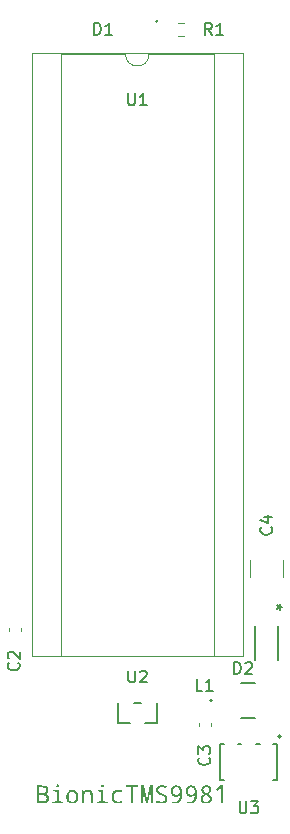
<source format=gbr>
G04 #@! TF.GenerationSoftware,KiCad,Pcbnew,8.0.4+dfsg-1*
G04 #@! TF.CreationDate,2025-02-10T13:10:00+09:00*
G04 #@! TF.ProjectId,bionic-tms9981,62696f6e-6963-42d7-946d-73393938312e,3*
G04 #@! TF.SameCoordinates,Original*
G04 #@! TF.FileFunction,Legend,Top*
G04 #@! TF.FilePolarity,Positive*
%FSLAX46Y46*%
G04 Gerber Fmt 4.6, Leading zero omitted, Abs format (unit mm)*
G04 Created by KiCad (PCBNEW 8.0.4+dfsg-1) date 2025-02-10 13:10:00*
%MOMM*%
%LPD*%
G01*
G04 APERTURE LIST*
%ADD10C,0.150000*%
%ADD11C,0.120000*%
%ADD12C,0.152400*%
G04 APERTURE END LIST*
D10*
G36*
X105728045Y-135672063D02*
G01*
X105804851Y-135678637D01*
X105887029Y-135692311D01*
X105958312Y-135712297D01*
X106027702Y-135743590D01*
X106052901Y-135759631D01*
X106108680Y-135811219D01*
X106148522Y-135876592D01*
X106172427Y-135955750D01*
X106180271Y-136036321D01*
X106180396Y-136048692D01*
X106172489Y-136126373D01*
X106145526Y-136201904D01*
X106099429Y-136267045D01*
X106043244Y-136314622D01*
X105975896Y-136348819D01*
X105897385Y-136369634D01*
X105880343Y-136372192D01*
X105880343Y-136382450D01*
X105960543Y-136400127D01*
X106030049Y-136425315D01*
X106101894Y-136467361D01*
X106157031Y-136521142D01*
X106195460Y-136586658D01*
X106217181Y-136663909D01*
X106222527Y-136734160D01*
X106217904Y-136807481D01*
X106200821Y-136885274D01*
X106171151Y-136954722D01*
X106128893Y-137015826D01*
X106091003Y-137054362D01*
X106029045Y-137099615D01*
X105957937Y-137133753D01*
X105877677Y-137156776D01*
X105801599Y-137167664D01*
X105733065Y-137170500D01*
X105190113Y-137170500D01*
X105190113Y-137006735D01*
X105382821Y-137006735D01*
X105698993Y-137006735D01*
X105774126Y-137002355D01*
X105853955Y-136984565D01*
X105929089Y-136945152D01*
X105981682Y-136886033D01*
X106011735Y-136807207D01*
X106019562Y-136726466D01*
X106011413Y-136651635D01*
X105980123Y-136578580D01*
X105925366Y-136523788D01*
X105847142Y-136487261D01*
X105764028Y-136470772D01*
X105685804Y-136466714D01*
X105382821Y-136466714D01*
X105382821Y-137006735D01*
X105190113Y-137006735D01*
X105190113Y-136302949D01*
X105382821Y-136302949D01*
X105675179Y-136302949D01*
X105750147Y-136299446D01*
X105828528Y-136285213D01*
X105900107Y-136253683D01*
X105909652Y-136246895D01*
X105957331Y-136189259D01*
X105979768Y-136114589D01*
X105983292Y-136061515D01*
X105973984Y-135985822D01*
X105938984Y-135917465D01*
X105904523Y-135886759D01*
X105832464Y-135854387D01*
X105752579Y-135838824D01*
X105675689Y-135833844D01*
X105654663Y-135833636D01*
X105382821Y-135833636D01*
X105382821Y-136302949D01*
X105190113Y-136302949D01*
X105190113Y-135669871D01*
X105643672Y-135669871D01*
X105728045Y-135672063D01*
G37*
G36*
X106963316Y-135576082D02*
G01*
X107037948Y-135598452D01*
X107070787Y-135665561D01*
X107072493Y-135692952D01*
X107054151Y-135765080D01*
X107039886Y-135781613D01*
X106971522Y-135810301D01*
X106963316Y-135810555D01*
X106891917Y-135791146D01*
X106855733Y-135726832D01*
X106853040Y-135692952D01*
X106871240Y-135617284D01*
X106937470Y-135577908D01*
X106963316Y-135576082D01*
G37*
G36*
X106868794Y-136192307D02*
G01*
X106591456Y-136170691D01*
X106591456Y-136045028D01*
X107056006Y-136045028D01*
X107056006Y-137023221D01*
X107418707Y-137043737D01*
X107418707Y-137170500D01*
X106514153Y-137170500D01*
X106514153Y-137043737D01*
X106868794Y-137023221D01*
X106868794Y-136192307D01*
G37*
G36*
X108287749Y-136027197D02*
G01*
X108363389Y-136044044D01*
X108433310Y-136072122D01*
X108497512Y-136111432D01*
X108555996Y-136161973D01*
X108574220Y-136181316D01*
X108622902Y-136244900D01*
X108661512Y-136315852D01*
X108690049Y-136394171D01*
X108708515Y-136479857D01*
X108716209Y-136556890D01*
X108717468Y-136605566D01*
X108714016Y-136688148D01*
X108703658Y-136765077D01*
X108686395Y-136836354D01*
X108656565Y-136914424D01*
X108616792Y-136984354D01*
X108576052Y-137036410D01*
X108519860Y-137089948D01*
X108457075Y-137132409D01*
X108387694Y-137163793D01*
X108311720Y-137184101D01*
X108229150Y-137193331D01*
X108200162Y-137193947D01*
X108119400Y-137188318D01*
X108044176Y-137171433D01*
X107974491Y-137143290D01*
X107910345Y-137103890D01*
X107851736Y-137053233D01*
X107833431Y-137033846D01*
X107784625Y-136969896D01*
X107745916Y-136898400D01*
X107717305Y-136819355D01*
X107701176Y-136747719D01*
X107692060Y-136670842D01*
X107689816Y-136605566D01*
X107883623Y-136605566D01*
X107886441Y-136682890D01*
X107898963Y-136774157D01*
X107921503Y-136851904D01*
X107963765Y-136930073D01*
X108021680Y-136987115D01*
X108095248Y-137023031D01*
X108184469Y-137037819D01*
X108204192Y-137038242D01*
X108279067Y-137031481D01*
X108358623Y-137004017D01*
X108422579Y-136955425D01*
X108470936Y-136885707D01*
X108498391Y-136814721D01*
X108515862Y-136730214D01*
X108523349Y-136632186D01*
X108523661Y-136605566D01*
X108520834Y-136529028D01*
X108508269Y-136438687D01*
X108485652Y-136361731D01*
X108443244Y-136284356D01*
X108385131Y-136227893D01*
X108311310Y-136192343D01*
X108221784Y-136177704D01*
X108201994Y-136177286D01*
X108127375Y-136183978D01*
X108048094Y-136211164D01*
X107984357Y-136259261D01*
X107936167Y-136328271D01*
X107908807Y-136398536D01*
X107891396Y-136482184D01*
X107883934Y-136579217D01*
X107883623Y-136605566D01*
X107689816Y-136605566D01*
X107693224Y-136523749D01*
X107703448Y-136447514D01*
X107724713Y-136363399D01*
X107755792Y-136287321D01*
X107796686Y-136219280D01*
X107829401Y-136178385D01*
X107885184Y-136125096D01*
X107947846Y-136082833D01*
X108017385Y-136051594D01*
X108093802Y-136031381D01*
X108177097Y-136022194D01*
X108206390Y-136021581D01*
X108287749Y-136027197D01*
G37*
G36*
X109745853Y-137170500D02*
G01*
X109745853Y-136444366D01*
X109739869Y-136367424D01*
X109716891Y-136292308D01*
X109668302Y-136228407D01*
X109596257Y-136190066D01*
X109515834Y-136177547D01*
X109500755Y-136177286D01*
X109426566Y-136183674D01*
X109347741Y-136209628D01*
X109284371Y-136255545D01*
X109236457Y-136321426D01*
X109204000Y-136407271D01*
X109189162Y-136490321D01*
X109184216Y-136586148D01*
X109184216Y-137170500D01*
X108996638Y-137170500D01*
X108996638Y-136045028D01*
X109147946Y-136045028D01*
X109175790Y-136194871D01*
X109186048Y-136194871D01*
X109230604Y-136135980D01*
X109294503Y-136082673D01*
X109371234Y-136045950D01*
X109447217Y-136027673D01*
X109532629Y-136021581D01*
X109626567Y-136028021D01*
X109707980Y-136047341D01*
X109776868Y-136079541D01*
X109845364Y-136137904D01*
X109886071Y-136199084D01*
X109914252Y-136273144D01*
X109929908Y-136360083D01*
X109933431Y-136433741D01*
X109933431Y-137170500D01*
X109745853Y-137170500D01*
G37*
G36*
X110744195Y-135576082D02*
G01*
X110818828Y-135598452D01*
X110851666Y-135665561D01*
X110853372Y-135692952D01*
X110835031Y-135765080D01*
X110820765Y-135781613D01*
X110752401Y-135810301D01*
X110744195Y-135810555D01*
X110672796Y-135791146D01*
X110636612Y-135726832D01*
X110633920Y-135692952D01*
X110652119Y-135617284D01*
X110718349Y-135577908D01*
X110744195Y-135576082D01*
G37*
G36*
X110649673Y-136192307D02*
G01*
X110372336Y-136170691D01*
X110372336Y-136045028D01*
X110836885Y-136045028D01*
X110836885Y-137023221D01*
X111199586Y-137043737D01*
X111199586Y-137170500D01*
X110295033Y-137170500D01*
X110295033Y-137043737D01*
X110649673Y-137023221D01*
X110649673Y-136192307D01*
G37*
G36*
X112445591Y-136082398D02*
G01*
X112381844Y-136245063D01*
X112306601Y-136218937D01*
X112235481Y-136200275D01*
X112160397Y-136188204D01*
X112105605Y-136185346D01*
X112016046Y-136192004D01*
X111938428Y-136211976D01*
X111872752Y-136245264D01*
X111807448Y-136305598D01*
X111768640Y-136368844D01*
X111741772Y-136445406D01*
X111726845Y-136535282D01*
X111723487Y-136611428D01*
X111726755Y-136686264D01*
X111741281Y-136774595D01*
X111767427Y-136849840D01*
X111816452Y-136925493D01*
X111883634Y-136980700D01*
X111968972Y-137015460D01*
X112050317Y-137028546D01*
X112095347Y-137030182D01*
X112176748Y-137026198D01*
X112259020Y-137014245D01*
X112331721Y-136997250D01*
X112405089Y-136974154D01*
X112426174Y-136966435D01*
X112426174Y-137131299D01*
X112353198Y-137158707D01*
X112272392Y-137178285D01*
X112195263Y-137188991D01*
X112112138Y-137193702D01*
X112087287Y-137193947D01*
X112007400Y-137190289D01*
X111933292Y-137179314D01*
X111851989Y-137156486D01*
X111779007Y-137123123D01*
X111714345Y-137079223D01*
X111675860Y-137044104D01*
X111626181Y-136983327D01*
X111586782Y-136913380D01*
X111557660Y-136834263D01*
X111541243Y-136761326D01*
X111531964Y-136682021D01*
X111529680Y-136613992D01*
X111533330Y-136526918D01*
X111544278Y-136446588D01*
X111562524Y-136373002D01*
X111594054Y-136293601D01*
X111636095Y-136223912D01*
X111679157Y-136173256D01*
X111739474Y-136121710D01*
X111808317Y-136080829D01*
X111885688Y-136050613D01*
X111971584Y-136031061D01*
X112049678Y-136022914D01*
X112099377Y-136021581D01*
X112178680Y-136024491D01*
X112255985Y-136033222D01*
X112331291Y-136047773D01*
X112404598Y-136068144D01*
X112445591Y-136082398D01*
G37*
G36*
X113340985Y-137170500D02*
G01*
X113148644Y-137170500D01*
X113148644Y-135838765D01*
X112717800Y-135838765D01*
X112717800Y-135669871D01*
X113770731Y-135669871D01*
X113770731Y-135838765D01*
X113340985Y-135838765D01*
X113340985Y-137170500D01*
G37*
G36*
X114421027Y-137170500D02*
G01*
X114134897Y-135857450D01*
X114126470Y-135851588D01*
X114131853Y-135934059D01*
X114136323Y-136010198D01*
X114140484Y-136093205D01*
X114143330Y-136167094D01*
X114144991Y-136241771D01*
X114145155Y-136269976D01*
X114145155Y-137170500D01*
X113989450Y-137170500D01*
X113989450Y-135669871D01*
X114244073Y-135669871D01*
X114499429Y-136892429D01*
X114505657Y-136892429D01*
X114763211Y-135669871D01*
X115022964Y-135669871D01*
X115022964Y-137170500D01*
X114865061Y-137170500D01*
X114865061Y-136256787D01*
X114866220Y-136182399D01*
X114868724Y-136103464D01*
X114871987Y-136021126D01*
X114875493Y-135942161D01*
X114879715Y-135853786D01*
X114871655Y-135853786D01*
X114580029Y-137170500D01*
X114421027Y-137170500D01*
G37*
G36*
X115278686Y-137123605D02*
G01*
X115278686Y-136941888D01*
X115359873Y-136971894D01*
X115440493Y-136995692D01*
X115520546Y-137013282D01*
X115600033Y-137024664D01*
X115678953Y-137029837D01*
X115705134Y-137030182D01*
X115789627Y-137026289D01*
X115862854Y-137014612D01*
X115938545Y-136989066D01*
X116006139Y-136942355D01*
X116048386Y-136878127D01*
X116065284Y-136796381D01*
X116065636Y-136781054D01*
X116055435Y-136707776D01*
X116017748Y-136639865D01*
X115993096Y-136616557D01*
X115925605Y-136574250D01*
X115854388Y-136540326D01*
X115776782Y-136508465D01*
X115698906Y-136479536D01*
X115622785Y-136450217D01*
X115555165Y-136418863D01*
X115487019Y-136379711D01*
X115423306Y-136331574D01*
X115391160Y-136299652D01*
X115346176Y-136235992D01*
X115315915Y-136162480D01*
X115301375Y-136088863D01*
X115298103Y-136028542D01*
X115304432Y-135953880D01*
X115327164Y-135877653D01*
X115366428Y-135811135D01*
X115422224Y-135754326D01*
X115430361Y-135747907D01*
X115493082Y-135708364D01*
X115565200Y-135678534D01*
X115646714Y-135658416D01*
X115724063Y-135648902D01*
X115793794Y-135646424D01*
X115880751Y-135649245D01*
X115964669Y-135657707D01*
X116045546Y-135671811D01*
X116123384Y-135691556D01*
X116198183Y-135716942D01*
X116222440Y-135726658D01*
X116156495Y-135895918D01*
X116082834Y-135868527D01*
X116011054Y-135846802D01*
X115929687Y-135828620D01*
X115850880Y-135818152D01*
X115785368Y-135815318D01*
X115698399Y-135820568D01*
X115626171Y-135836320D01*
X115558955Y-135869082D01*
X115507363Y-135926416D01*
X115484663Y-136004332D01*
X115483483Y-136030374D01*
X115492963Y-136103412D01*
X115527985Y-136173907D01*
X115550895Y-136199268D01*
X115614253Y-136244220D01*
X115681704Y-136278326D01*
X115755487Y-136309146D01*
X115829698Y-136336288D01*
X115904810Y-136364710D01*
X115984082Y-136399194D01*
X116051504Y-136434090D01*
X116115187Y-136475323D01*
X116168218Y-136523134D01*
X116213041Y-136588722D01*
X116241262Y-136665043D01*
X116252468Y-136742909D01*
X116253215Y-136770796D01*
X116246378Y-136853140D01*
X116225866Y-136927384D01*
X116191681Y-136993529D01*
X116143821Y-137051574D01*
X116110333Y-137081107D01*
X116042232Y-137125075D01*
X115974706Y-137154166D01*
X115898732Y-137175324D01*
X115814308Y-137188547D01*
X115737500Y-137193506D01*
X115705134Y-137193947D01*
X115622756Y-137192229D01*
X115546209Y-137187077D01*
X115462051Y-137176361D01*
X115386291Y-137160699D01*
X115308518Y-137136176D01*
X115278686Y-137123605D01*
G37*
G36*
X117091352Y-135652619D02*
G01*
X117166326Y-135671205D01*
X117234680Y-135702182D01*
X117296414Y-135745549D01*
X117351528Y-135801306D01*
X117368428Y-135822645D01*
X117413499Y-135893382D01*
X117449245Y-135973702D01*
X117471911Y-136047955D01*
X117488100Y-136128863D01*
X117497814Y-136216425D01*
X117500922Y-136291267D01*
X117501052Y-136310643D01*
X117498481Y-136417605D01*
X117490770Y-136517667D01*
X117477919Y-136610828D01*
X117459927Y-136697088D01*
X117436795Y-136776448D01*
X117408522Y-136848906D01*
X117375108Y-136914464D01*
X117315349Y-136999861D01*
X117244024Y-137069732D01*
X117161133Y-137124076D01*
X117066675Y-137162893D01*
X116960651Y-137186183D01*
X116883543Y-137193084D01*
X116843061Y-137193947D01*
X116767293Y-137191319D01*
X116692961Y-137181612D01*
X116665741Y-137175262D01*
X116665741Y-137014795D01*
X116737638Y-137037673D01*
X116811800Y-137046170D01*
X116836833Y-137046668D01*
X116919218Y-137041491D01*
X116993540Y-137025957D01*
X117070058Y-136994747D01*
X117135602Y-136949442D01*
X117183047Y-136899390D01*
X117228791Y-136826716D01*
X117259935Y-136751308D01*
X117280201Y-136679219D01*
X117295298Y-136598723D01*
X117305224Y-136509819D01*
X117309443Y-136432642D01*
X117296987Y-136432642D01*
X117247995Y-136500878D01*
X117187572Y-136552354D01*
X117115720Y-136587071D01*
X117032437Y-136605028D01*
X116979715Y-136607764D01*
X116896462Y-136601961D01*
X116821414Y-136584553D01*
X116745691Y-136550447D01*
X116680685Y-136501182D01*
X116666107Y-136486497D01*
X116616259Y-136420094D01*
X116584325Y-136352524D01*
X116563295Y-136276118D01*
X116553169Y-136190877D01*
X116552187Y-136152373D01*
X116733518Y-136152373D01*
X116739083Y-136230416D01*
X116758317Y-136304419D01*
X116795342Y-136370367D01*
X116803860Y-136380618D01*
X116865392Y-136429287D01*
X116936732Y-136454168D01*
X117005727Y-136460486D01*
X117083358Y-136452328D01*
X117152759Y-136427856D01*
X117213932Y-136387070D01*
X117225179Y-136376954D01*
X117275657Y-136316973D01*
X117306826Y-136245712D01*
X117313839Y-136188277D01*
X117308687Y-136113378D01*
X117290575Y-136035303D01*
X117259421Y-135963777D01*
X117231407Y-135919732D01*
X117180721Y-135864831D01*
X117114275Y-135824903D01*
X117037167Y-135807157D01*
X117011955Y-135806159D01*
X116935248Y-135814853D01*
X116864093Y-135844499D01*
X116806791Y-135895185D01*
X116768151Y-135958555D01*
X116745611Y-136028803D01*
X116735307Y-136101755D01*
X116733518Y-136152373D01*
X116552187Y-136152373D01*
X116552168Y-136151640D01*
X116556534Y-136067315D01*
X116569633Y-135989919D01*
X116591465Y-135919453D01*
X116627972Y-135846000D01*
X116676366Y-135781979D01*
X116734769Y-135729160D01*
X116801307Y-135689315D01*
X116875980Y-135662442D01*
X116958787Y-135648542D01*
X117009757Y-135646424D01*
X117091352Y-135652619D01*
G37*
G36*
X118351645Y-135652619D02*
G01*
X118426619Y-135671205D01*
X118494973Y-135702182D01*
X118556707Y-135745549D01*
X118611821Y-135801306D01*
X118628721Y-135822645D01*
X118673792Y-135893382D01*
X118709538Y-135973702D01*
X118732204Y-136047955D01*
X118748393Y-136128863D01*
X118758107Y-136216425D01*
X118761215Y-136291267D01*
X118761345Y-136310643D01*
X118758774Y-136417605D01*
X118751064Y-136517667D01*
X118738212Y-136610828D01*
X118720220Y-136697088D01*
X118697088Y-136776448D01*
X118668815Y-136848906D01*
X118635401Y-136914464D01*
X118575642Y-136999861D01*
X118504317Y-137069732D01*
X118421426Y-137124076D01*
X118326968Y-137162893D01*
X118220944Y-137186183D01*
X118143836Y-137193084D01*
X118103354Y-137193947D01*
X118027586Y-137191319D01*
X117953254Y-137181612D01*
X117926034Y-137175262D01*
X117926034Y-137014795D01*
X117997931Y-137037673D01*
X118072093Y-137046170D01*
X118097126Y-137046668D01*
X118179511Y-137041491D01*
X118253833Y-137025957D01*
X118330351Y-136994747D01*
X118395895Y-136949442D01*
X118443340Y-136899390D01*
X118489084Y-136826716D01*
X118520228Y-136751308D01*
X118540494Y-136679219D01*
X118555591Y-136598723D01*
X118565517Y-136509819D01*
X118569736Y-136432642D01*
X118557280Y-136432642D01*
X118508288Y-136500878D01*
X118447866Y-136552354D01*
X118376013Y-136587071D01*
X118292730Y-136605028D01*
X118240008Y-136607764D01*
X118156756Y-136601961D01*
X118081707Y-136584553D01*
X118005984Y-136550447D01*
X117940978Y-136501182D01*
X117926400Y-136486497D01*
X117876552Y-136420094D01*
X117844618Y-136352524D01*
X117823588Y-136276118D01*
X117813463Y-136190877D01*
X117812480Y-136152373D01*
X117993811Y-136152373D01*
X117999376Y-136230416D01*
X118018610Y-136304419D01*
X118055635Y-136370367D01*
X118064153Y-136380618D01*
X118125685Y-136429287D01*
X118197025Y-136454168D01*
X118266020Y-136460486D01*
X118343651Y-136452328D01*
X118413052Y-136427856D01*
X118474225Y-136387070D01*
X118485472Y-136376954D01*
X118535950Y-136316973D01*
X118567119Y-136245712D01*
X118574132Y-136188277D01*
X118568980Y-136113378D01*
X118550868Y-136035303D01*
X118519714Y-135963777D01*
X118491701Y-135919732D01*
X118441015Y-135864831D01*
X118374568Y-135824903D01*
X118297460Y-135807157D01*
X118272248Y-135806159D01*
X118195541Y-135814853D01*
X118124386Y-135844499D01*
X118067084Y-135895185D01*
X118028444Y-135958555D01*
X118005904Y-136028803D01*
X117995600Y-136101755D01*
X117993811Y-136152373D01*
X117812480Y-136152373D01*
X117812461Y-136151640D01*
X117816827Y-136067315D01*
X117829926Y-135989919D01*
X117851758Y-135919453D01*
X117888265Y-135846000D01*
X117936659Y-135781979D01*
X117995062Y-135729160D01*
X118061600Y-135689315D01*
X118136273Y-135662442D01*
X118219080Y-135648542D01*
X118270050Y-135646424D01*
X118351645Y-135652619D01*
G37*
G36*
X119626386Y-135651087D02*
G01*
X119699000Y-135665077D01*
X119773486Y-135692486D01*
X119838905Y-135732076D01*
X119853843Y-135743877D01*
X119905294Y-135796885D01*
X119945605Y-135866756D01*
X119965818Y-135937962D01*
X119971446Y-136007293D01*
X119961953Y-136092000D01*
X119933476Y-136169443D01*
X119886013Y-136239622D01*
X119831958Y-136292555D01*
X119764719Y-136340444D01*
X119701435Y-136375123D01*
X119776053Y-136417518D01*
X119840722Y-136462272D01*
X119907568Y-136521530D01*
X119958868Y-136584474D01*
X119994622Y-136651103D01*
X120017008Y-136735922D01*
X120019806Y-136780322D01*
X120013582Y-136858560D01*
X119994912Y-136929787D01*
X119958333Y-137002602D01*
X119905496Y-137066257D01*
X119889747Y-137080740D01*
X119829009Y-137124851D01*
X119760277Y-137158128D01*
X119683551Y-137180570D01*
X119598830Y-137192178D01*
X119546830Y-137193947D01*
X119466862Y-137190199D01*
X119393747Y-137178955D01*
X119317106Y-137156362D01*
X119249791Y-137123566D01*
X119199516Y-137087335D01*
X119145020Y-137028556D01*
X119106093Y-136959199D01*
X119082738Y-136879263D01*
X119075074Y-136800641D01*
X119074952Y-136788748D01*
X119075017Y-136788015D01*
X119258135Y-136788015D01*
X119268129Y-136871684D01*
X119305055Y-136947418D01*
X119369189Y-136999591D01*
X119445816Y-137025557D01*
X119524942Y-137033972D01*
X119542433Y-137034212D01*
X119616319Y-137028909D01*
X119692929Y-137008023D01*
X119759321Y-136967167D01*
X119806204Y-136909242D01*
X119831449Y-136836581D01*
X119836257Y-136779955D01*
X119823845Y-136703239D01*
X119786609Y-136634657D01*
X119771411Y-136616557D01*
X119716093Y-136566922D01*
X119654861Y-136525538D01*
X119588366Y-136488169D01*
X119550860Y-136469278D01*
X119520085Y-136454990D01*
X119444621Y-136495868D01*
X119381947Y-136540878D01*
X119323622Y-136600345D01*
X119283716Y-136665763D01*
X119262228Y-136737131D01*
X119258135Y-136788015D01*
X119075017Y-136788015D01*
X119082045Y-136709014D01*
X119103324Y-136635362D01*
X119138789Y-136567792D01*
X119188439Y-136506304D01*
X119252276Y-136450899D01*
X119330298Y-136401575D01*
X119365479Y-136383549D01*
X119295714Y-136334800D01*
X119237774Y-136282205D01*
X119183854Y-136214014D01*
X119146962Y-136140285D01*
X119127096Y-136061017D01*
X119124081Y-136016452D01*
X119306861Y-136016452D01*
X119316608Y-136091265D01*
X119348685Y-136159593D01*
X119357786Y-136171790D01*
X119413915Y-136223409D01*
X119477170Y-136263279D01*
X119549028Y-136299285D01*
X119617843Y-136264753D01*
X119685025Y-136218591D01*
X119742176Y-136158224D01*
X119776467Y-136090844D01*
X119787897Y-136016452D01*
X119777195Y-135941146D01*
X119738249Y-135874240D01*
X119723051Y-135860015D01*
X119656984Y-135823199D01*
X119578933Y-135807474D01*
X119544631Y-135806159D01*
X119469034Y-135813732D01*
X119396726Y-135841712D01*
X119370975Y-135860015D01*
X119324956Y-135921211D01*
X119307425Y-135997646D01*
X119306861Y-136016452D01*
X119124081Y-136016452D01*
X119123313Y-136005095D01*
X119130800Y-135926922D01*
X119157124Y-135849159D01*
X119202400Y-135782176D01*
X119243114Y-135743511D01*
X119307159Y-135701035D01*
X119379126Y-135670696D01*
X119459017Y-135652492D01*
X119535420Y-135646519D01*
X119546830Y-135646424D01*
X119626386Y-135651087D01*
G37*
G36*
X120955500Y-137170500D02*
G01*
X120774150Y-137170500D01*
X120774150Y-136237370D01*
X120774787Y-136157826D01*
X120776165Y-136082856D01*
X120777960Y-136009470D01*
X120780321Y-135927660D01*
X120782210Y-135868441D01*
X120727166Y-135924671D01*
X120668050Y-135978415D01*
X120657646Y-135987509D01*
X120506338Y-136115370D01*
X120406320Y-135985677D01*
X120800895Y-135669871D01*
X120955500Y-135669871D01*
X120955500Y-137170500D01*
G37*
X119774580Y-133311066D02*
X119822200Y-133358685D01*
X119822200Y-133358685D02*
X119869819Y-133501542D01*
X119869819Y-133501542D02*
X119869819Y-133596780D01*
X119869819Y-133596780D02*
X119822200Y-133739637D01*
X119822200Y-133739637D02*
X119726961Y-133834875D01*
X119726961Y-133834875D02*
X119631723Y-133882494D01*
X119631723Y-133882494D02*
X119441247Y-133930113D01*
X119441247Y-133930113D02*
X119298390Y-133930113D01*
X119298390Y-133930113D02*
X119107914Y-133882494D01*
X119107914Y-133882494D02*
X119012676Y-133834875D01*
X119012676Y-133834875D02*
X118917438Y-133739637D01*
X118917438Y-133739637D02*
X118869819Y-133596780D01*
X118869819Y-133596780D02*
X118869819Y-133501542D01*
X118869819Y-133501542D02*
X118917438Y-133358685D01*
X118917438Y-133358685D02*
X118965057Y-133311066D01*
X118869819Y-132977732D02*
X118869819Y-132358685D01*
X118869819Y-132358685D02*
X119250771Y-132692018D01*
X119250771Y-132692018D02*
X119250771Y-132549161D01*
X119250771Y-132549161D02*
X119298390Y-132453923D01*
X119298390Y-132453923D02*
X119346009Y-132406304D01*
X119346009Y-132406304D02*
X119441247Y-132358685D01*
X119441247Y-132358685D02*
X119679342Y-132358685D01*
X119679342Y-132358685D02*
X119774580Y-132406304D01*
X119774580Y-132406304D02*
X119822200Y-132453923D01*
X119822200Y-132453923D02*
X119869819Y-132549161D01*
X119869819Y-132549161D02*
X119869819Y-132834875D01*
X119869819Y-132834875D02*
X119822200Y-132930113D01*
X119822200Y-132930113D02*
X119774580Y-132977732D01*
X119222933Y-127655619D02*
X118746743Y-127655619D01*
X118746743Y-127655619D02*
X118746743Y-126655619D01*
X120080076Y-127655619D02*
X119508648Y-127655619D01*
X119794362Y-127655619D02*
X119794362Y-126655619D01*
X119794362Y-126655619D02*
X119699124Y-126798476D01*
X119699124Y-126798476D02*
X119603886Y-126893714D01*
X119603886Y-126893714D02*
X119508648Y-126941333D01*
X120010333Y-72105819D02*
X119677000Y-71629628D01*
X119438905Y-72105819D02*
X119438905Y-71105819D01*
X119438905Y-71105819D02*
X119819857Y-71105819D01*
X119819857Y-71105819D02*
X119915095Y-71153438D01*
X119915095Y-71153438D02*
X119962714Y-71201057D01*
X119962714Y-71201057D02*
X120010333Y-71296295D01*
X120010333Y-71296295D02*
X120010333Y-71439152D01*
X120010333Y-71439152D02*
X119962714Y-71534390D01*
X119962714Y-71534390D02*
X119915095Y-71582009D01*
X119915095Y-71582009D02*
X119819857Y-71629628D01*
X119819857Y-71629628D02*
X119438905Y-71629628D01*
X120962714Y-72105819D02*
X120391286Y-72105819D01*
X120677000Y-72105819D02*
X120677000Y-71105819D01*
X120677000Y-71105819D02*
X120581762Y-71248676D01*
X120581762Y-71248676D02*
X120486524Y-71343914D01*
X120486524Y-71343914D02*
X120391286Y-71391533D01*
X110040905Y-72105819D02*
X110040905Y-71105819D01*
X110040905Y-71105819D02*
X110279000Y-71105819D01*
X110279000Y-71105819D02*
X110421857Y-71153438D01*
X110421857Y-71153438D02*
X110517095Y-71248676D01*
X110517095Y-71248676D02*
X110564714Y-71343914D01*
X110564714Y-71343914D02*
X110612333Y-71534390D01*
X110612333Y-71534390D02*
X110612333Y-71677247D01*
X110612333Y-71677247D02*
X110564714Y-71867723D01*
X110564714Y-71867723D02*
X110517095Y-71962961D01*
X110517095Y-71962961D02*
X110421857Y-72058200D01*
X110421857Y-72058200D02*
X110279000Y-72105819D01*
X110279000Y-72105819D02*
X110040905Y-72105819D01*
X111564714Y-72105819D02*
X110993286Y-72105819D01*
X111279000Y-72105819D02*
X111279000Y-71105819D01*
X111279000Y-71105819D02*
X111183762Y-71248676D01*
X111183762Y-71248676D02*
X111088524Y-71343914D01*
X111088524Y-71343914D02*
X110993286Y-71391533D01*
X122358695Y-137018819D02*
X122358695Y-137828342D01*
X122358695Y-137828342D02*
X122406314Y-137923580D01*
X122406314Y-137923580D02*
X122453933Y-137971200D01*
X122453933Y-137971200D02*
X122549171Y-138018819D01*
X122549171Y-138018819D02*
X122739647Y-138018819D01*
X122739647Y-138018819D02*
X122834885Y-137971200D01*
X122834885Y-137971200D02*
X122882504Y-137923580D01*
X122882504Y-137923580D02*
X122930123Y-137828342D01*
X122930123Y-137828342D02*
X122930123Y-137018819D01*
X123311076Y-137018819D02*
X123930123Y-137018819D01*
X123930123Y-137018819D02*
X123596790Y-137399771D01*
X123596790Y-137399771D02*
X123739647Y-137399771D01*
X123739647Y-137399771D02*
X123834885Y-137447390D01*
X123834885Y-137447390D02*
X123882504Y-137495009D01*
X123882504Y-137495009D02*
X123930123Y-137590247D01*
X123930123Y-137590247D02*
X123930123Y-137828342D01*
X123930123Y-137828342D02*
X123882504Y-137923580D01*
X123882504Y-137923580D02*
X123834885Y-137971200D01*
X123834885Y-137971200D02*
X123739647Y-138018819D01*
X123739647Y-138018819D02*
X123453933Y-138018819D01*
X123453933Y-138018819D02*
X123358695Y-137971200D01*
X123358695Y-137971200D02*
X123311076Y-137923580D01*
X112953294Y-125944419D02*
X112953294Y-126753942D01*
X112953294Y-126753942D02*
X113000913Y-126849180D01*
X113000913Y-126849180D02*
X113048532Y-126896800D01*
X113048532Y-126896800D02*
X113143770Y-126944419D01*
X113143770Y-126944419D02*
X113334246Y-126944419D01*
X113334246Y-126944419D02*
X113429484Y-126896800D01*
X113429484Y-126896800D02*
X113477103Y-126849180D01*
X113477103Y-126849180D02*
X113524722Y-126753942D01*
X113524722Y-126753942D02*
X113524722Y-125944419D01*
X113953294Y-126039657D02*
X114000913Y-125992038D01*
X114000913Y-125992038D02*
X114096151Y-125944419D01*
X114096151Y-125944419D02*
X114334246Y-125944419D01*
X114334246Y-125944419D02*
X114429484Y-125992038D01*
X114429484Y-125992038D02*
X114477103Y-126039657D01*
X114477103Y-126039657D02*
X114524722Y-126134895D01*
X114524722Y-126134895D02*
X114524722Y-126230133D01*
X114524722Y-126230133D02*
X114477103Y-126372990D01*
X114477103Y-126372990D02*
X113905675Y-126944419D01*
X113905675Y-126944419D02*
X114524722Y-126944419D01*
X112938095Y-77074819D02*
X112938095Y-77884342D01*
X112938095Y-77884342D02*
X112985714Y-77979580D01*
X112985714Y-77979580D02*
X113033333Y-78027200D01*
X113033333Y-78027200D02*
X113128571Y-78074819D01*
X113128571Y-78074819D02*
X113319047Y-78074819D01*
X113319047Y-78074819D02*
X113414285Y-78027200D01*
X113414285Y-78027200D02*
X113461904Y-77979580D01*
X113461904Y-77979580D02*
X113509523Y-77884342D01*
X113509523Y-77884342D02*
X113509523Y-77074819D01*
X114509523Y-78074819D02*
X113938095Y-78074819D01*
X114223809Y-78074819D02*
X114223809Y-77074819D01*
X114223809Y-77074819D02*
X114128571Y-77217676D01*
X114128571Y-77217676D02*
X114033333Y-77312914D01*
X114033333Y-77312914D02*
X113938095Y-77360533D01*
X103645580Y-125284666D02*
X103693200Y-125332285D01*
X103693200Y-125332285D02*
X103740819Y-125475142D01*
X103740819Y-125475142D02*
X103740819Y-125570380D01*
X103740819Y-125570380D02*
X103693200Y-125713237D01*
X103693200Y-125713237D02*
X103597961Y-125808475D01*
X103597961Y-125808475D02*
X103502723Y-125856094D01*
X103502723Y-125856094D02*
X103312247Y-125903713D01*
X103312247Y-125903713D02*
X103169390Y-125903713D01*
X103169390Y-125903713D02*
X102978914Y-125856094D01*
X102978914Y-125856094D02*
X102883676Y-125808475D01*
X102883676Y-125808475D02*
X102788438Y-125713237D01*
X102788438Y-125713237D02*
X102740819Y-125570380D01*
X102740819Y-125570380D02*
X102740819Y-125475142D01*
X102740819Y-125475142D02*
X102788438Y-125332285D01*
X102788438Y-125332285D02*
X102836057Y-125284666D01*
X102836057Y-124903713D02*
X102788438Y-124856094D01*
X102788438Y-124856094D02*
X102740819Y-124760856D01*
X102740819Y-124760856D02*
X102740819Y-124522761D01*
X102740819Y-124522761D02*
X102788438Y-124427523D01*
X102788438Y-124427523D02*
X102836057Y-124379904D01*
X102836057Y-124379904D02*
X102931295Y-124332285D01*
X102931295Y-124332285D02*
X103026533Y-124332285D01*
X103026533Y-124332285D02*
X103169390Y-124379904D01*
X103169390Y-124379904D02*
X103740819Y-124951332D01*
X103740819Y-124951332D02*
X103740819Y-124332285D01*
X121902705Y-126233219D02*
X121902705Y-125233219D01*
X121902705Y-125233219D02*
X122140800Y-125233219D01*
X122140800Y-125233219D02*
X122283657Y-125280838D01*
X122283657Y-125280838D02*
X122378895Y-125376076D01*
X122378895Y-125376076D02*
X122426514Y-125471314D01*
X122426514Y-125471314D02*
X122474133Y-125661790D01*
X122474133Y-125661790D02*
X122474133Y-125804647D01*
X122474133Y-125804647D02*
X122426514Y-125995123D01*
X122426514Y-125995123D02*
X122378895Y-126090361D01*
X122378895Y-126090361D02*
X122283657Y-126185600D01*
X122283657Y-126185600D02*
X122140800Y-126233219D01*
X122140800Y-126233219D02*
X121902705Y-126233219D01*
X122855086Y-125328457D02*
X122902705Y-125280838D01*
X122902705Y-125280838D02*
X122997943Y-125233219D01*
X122997943Y-125233219D02*
X123236038Y-125233219D01*
X123236038Y-125233219D02*
X123331276Y-125280838D01*
X123331276Y-125280838D02*
X123378895Y-125328457D01*
X123378895Y-125328457D02*
X123426514Y-125423695D01*
X123426514Y-125423695D02*
X123426514Y-125518933D01*
X123426514Y-125518933D02*
X123378895Y-125661790D01*
X123378895Y-125661790D02*
X122807467Y-126233219D01*
X122807467Y-126233219D02*
X123426514Y-126233219D01*
X125954580Y-120558700D02*
X125716485Y-120558700D01*
X125811723Y-120320605D02*
X125716485Y-120558700D01*
X125716485Y-120558700D02*
X125811723Y-120796795D01*
X125526009Y-120415843D02*
X125716485Y-120558700D01*
X125716485Y-120558700D02*
X125526009Y-120701557D01*
X125032380Y-113804666D02*
X125080000Y-113852285D01*
X125080000Y-113852285D02*
X125127619Y-113995142D01*
X125127619Y-113995142D02*
X125127619Y-114090380D01*
X125127619Y-114090380D02*
X125080000Y-114233237D01*
X125080000Y-114233237D02*
X124984761Y-114328475D01*
X124984761Y-114328475D02*
X124889523Y-114376094D01*
X124889523Y-114376094D02*
X124699047Y-114423713D01*
X124699047Y-114423713D02*
X124556190Y-114423713D01*
X124556190Y-114423713D02*
X124365714Y-114376094D01*
X124365714Y-114376094D02*
X124270476Y-114328475D01*
X124270476Y-114328475D02*
X124175238Y-114233237D01*
X124175238Y-114233237D02*
X124127619Y-114090380D01*
X124127619Y-114090380D02*
X124127619Y-113995142D01*
X124127619Y-113995142D02*
X124175238Y-113852285D01*
X124175238Y-113852285D02*
X124222857Y-113804666D01*
X124460952Y-112947523D02*
X125127619Y-112947523D01*
X124080000Y-113185618D02*
X124794285Y-113423713D01*
X124794285Y-113423713D02*
X124794285Y-112804666D01*
D11*
X118905000Y-130647967D02*
X118905000Y-130355433D01*
X119925000Y-130647967D02*
X119925000Y-130355433D01*
D12*
X122500449Y-129944000D02*
X123644751Y-129944000D01*
X123644751Y-126997600D02*
X122500449Y-126997600D01*
X120050000Y-128470800D02*
G75*
G02*
X119897600Y-128470800I-76200J0D01*
G01*
X119897600Y-128470800D02*
G75*
G02*
X120050000Y-128470800I76200J0D01*
G01*
D11*
X117128276Y-71128500D02*
X117637724Y-71128500D01*
X117128276Y-72173500D02*
X117637724Y-72173500D01*
D12*
X115427200Y-70965200D02*
G75*
G02*
X115274800Y-70965200I-76200J0D01*
G01*
X115274800Y-70965200D02*
G75*
G02*
X115427200Y-70965200I76200J0D01*
G01*
X125874400Y-131498200D02*
G75*
G02*
X125620400Y-131498200I-127000J0D01*
G01*
X125620400Y-131498200D02*
G75*
G02*
X125874400Y-131498200I127000J0D01*
G01*
X125573100Y-135222200D02*
X125573100Y-132174200D01*
X125573100Y-132174200D02*
X125221440Y-132174200D01*
X125221440Y-135222200D02*
X125573100Y-135222200D01*
X124073360Y-132174200D02*
X123783065Y-132174200D01*
X122511735Y-132174200D02*
X122221440Y-132174200D01*
X121073360Y-132174200D02*
X120721700Y-132174200D01*
X120721700Y-135222200D02*
X121073360Y-135222200D01*
X120721700Y-132174200D02*
X120721700Y-135222200D01*
X112063199Y-128709800D02*
X112063199Y-130363800D01*
X112063199Y-130363800D02*
X113052259Y-130363800D01*
X114002260Y-128709800D02*
X113428138Y-128709800D01*
X114378139Y-130363800D02*
X115367199Y-130363800D01*
X115367199Y-130363800D02*
X115367199Y-128709800D01*
D11*
X104750000Y-73690000D02*
X104750000Y-124730000D01*
X104750000Y-124730000D02*
X122650000Y-124730000D01*
X107240000Y-73750000D02*
X107240000Y-124670000D01*
X107240000Y-124670000D02*
X120160000Y-124670000D01*
X112700000Y-73750000D02*
X107240000Y-73750000D01*
X120160000Y-73750000D02*
X114700000Y-73750000D01*
X120160000Y-124670000D02*
X120160000Y-73750000D01*
X122650000Y-73690000D02*
X104750000Y-73690000D01*
X122650000Y-124730000D02*
X122650000Y-73690000D01*
X114700000Y-73750000D02*
G75*
G02*
X112700000Y-73750000I-1000000J0D01*
G01*
X102826800Y-122622667D02*
X102826800Y-122330133D01*
X103846800Y-122622667D02*
X103846800Y-122330133D01*
D12*
X123669500Y-122133500D02*
X123669500Y-125079900D01*
X125625300Y-125079900D02*
X125625300Y-122133500D01*
D11*
X123287400Y-117993752D02*
X123287400Y-116571248D01*
X126007400Y-117993752D02*
X126007400Y-116571248D01*
M02*

</source>
